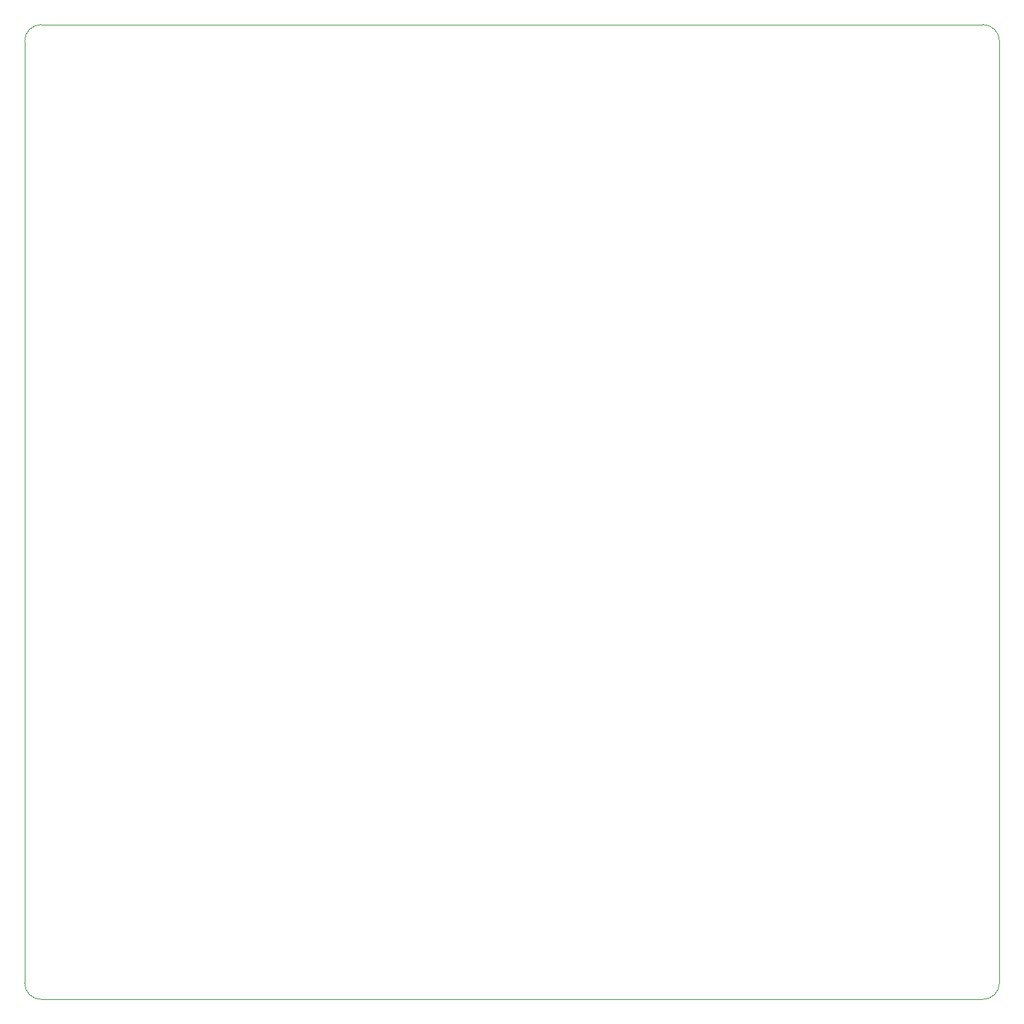
<source format=gbr>
%TF.GenerationSoftware,KiCad,Pcbnew,(5.1.6)-1*%
%TF.CreationDate,2024-05-27T20:35:23-04:00*%
%TF.ProjectId,watercooled-pi-120mm,77617465-7263-46f6-9f6c-65642d70692d,rev?*%
%TF.SameCoordinates,Original*%
%TF.FileFunction,Profile,NP*%
%FSLAX46Y46*%
G04 Gerber Fmt 4.6, Leading zero omitted, Abs format (unit mm)*
G04 Created by KiCad (PCBNEW (5.1.6)-1) date 2024-05-27 20:35:23*
%MOMM*%
%LPD*%
G01*
G04 APERTURE LIST*
%TA.AperFunction,Profile*%
%ADD10C,0.050000*%
%TD*%
G04 APERTURE END LIST*
D10*
X214693500Y-153860500D02*
G75*
G02*
X212660509Y-155893491I-2032991J0D01*
G01*
X94677509Y-37910491D02*
G75*
G02*
X96710500Y-35877500I2032991J0D01*
G01*
X96710500Y-155892500D02*
G75*
G02*
X94677509Y-153859509I0J2032991D01*
G01*
X212661500Y-35877500D02*
G75*
G02*
X214694491Y-37910491I0J-2032991D01*
G01*
X94677509Y-153859509D02*
X94677509Y-37910491D01*
X212660509Y-155893491D02*
X96710500Y-155892500D01*
X214694491Y-37910491D02*
X214693500Y-153860500D01*
X96710500Y-35877500D02*
X212661500Y-35877500D01*
M02*

</source>
